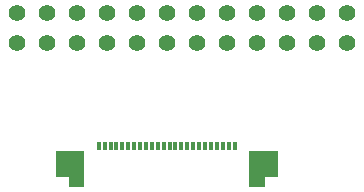
<source format=gbr>
%TF.GenerationSoftware,KiCad,Pcbnew,(5.1.12)-1*%
%TF.CreationDate,2022-06-15T15:33:43-04:00*%
%TF.ProjectId,Header_to_ZIF,48656164-6572-45f7-946f-5f5a49462e6b,rev?*%
%TF.SameCoordinates,Original*%
%TF.FileFunction,Soldermask,Top*%
%TF.FilePolarity,Negative*%
%FSLAX46Y46*%
G04 Gerber Fmt 4.6, Leading zero omitted, Abs format (unit mm)*
G04 Created by KiCad (PCBNEW (5.1.12)-1) date 2022-06-15 15:33:43*
%MOMM*%
%LPD*%
G01*
G04 APERTURE LIST*
%ADD10C,0.100000*%
%ADD11R,0.299999X0.800001*%
%ADD12R,1.000001X1.000001*%
%ADD13C,1.397000*%
G04 APERTURE END LIST*
D10*
%TO.C,J1*%
G36*
X113625001Y-119620002D02*
G01*
X111225001Y-119620002D01*
X111225001Y-121820003D01*
X112325001Y-121820003D01*
X112325001Y-122670001D01*
X113625001Y-122670001D01*
X113625001Y-119620002D01*
G37*
G36*
X127624993Y-119620002D02*
G01*
X130024994Y-119620002D01*
X130024994Y-121820003D01*
X128924993Y-121820003D01*
X128924993Y-122670001D01*
X127624993Y-122670001D01*
X127624993Y-119620002D01*
G37*
%TD*%
D11*
%TO.C,J1*%
X126374998Y-119220003D03*
X125874999Y-119220003D03*
D12*
X128874996Y-120820002D03*
X112375496Y-120820002D03*
D11*
X124874999Y-119220003D03*
X124375000Y-119220003D03*
X123874998Y-119220003D03*
X123374999Y-119220003D03*
X122874998Y-119220003D03*
X122374999Y-119220003D03*
X121875000Y-119220003D03*
X121374998Y-119220003D03*
X120874999Y-119220003D03*
X120374998Y-119220003D03*
X119874999Y-119220003D03*
X119375000Y-119220003D03*
X118874998Y-119220003D03*
X118374999Y-119220003D03*
X117874997Y-119220003D03*
X117374998Y-119220003D03*
X116874999Y-119220003D03*
X116374998Y-119220003D03*
X115874999Y-119220003D03*
X115374997Y-119220003D03*
X114874998Y-119220003D03*
X125374998Y-119220003D03*
%TD*%
D13*
%TO.C,J2*%
X107950000Y-107950000D03*
X107950000Y-110490000D03*
X110490000Y-107950000D03*
X110490000Y-110490000D03*
X113030000Y-107950000D03*
X113030000Y-110490000D03*
X115570000Y-107950000D03*
X115570000Y-110490000D03*
X118110000Y-107950000D03*
X118110000Y-110490000D03*
X120650000Y-107950000D03*
X120650000Y-110490000D03*
X123190000Y-107950000D03*
X123190000Y-110490000D03*
X125730000Y-107950000D03*
X125730000Y-110490000D03*
X128270000Y-107950000D03*
X128270000Y-110490000D03*
X130810000Y-107950000D03*
X130810000Y-110490000D03*
X133350000Y-107950000D03*
X133350000Y-110490000D03*
X135890000Y-107950000D03*
X135890000Y-110490000D03*
%TD*%
M02*

</source>
